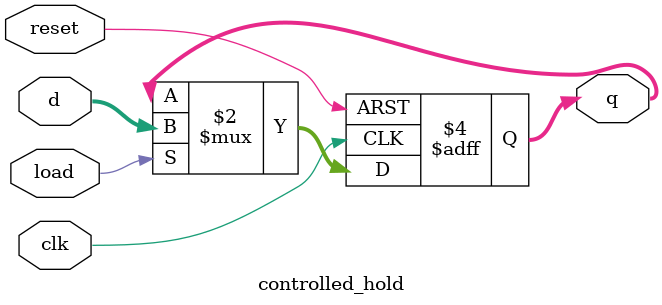
<source format=v>
module controlled_hold (
    input clk,
    input reset,
    input load,
    input [31:0] d,
    output reg [31:0] q
);
    always @(posedge clk or posedge reset) begin
        if (reset)
            q <= 32'b0;
        else if (load)
            q <= d;
    end
endmodule

</source>
